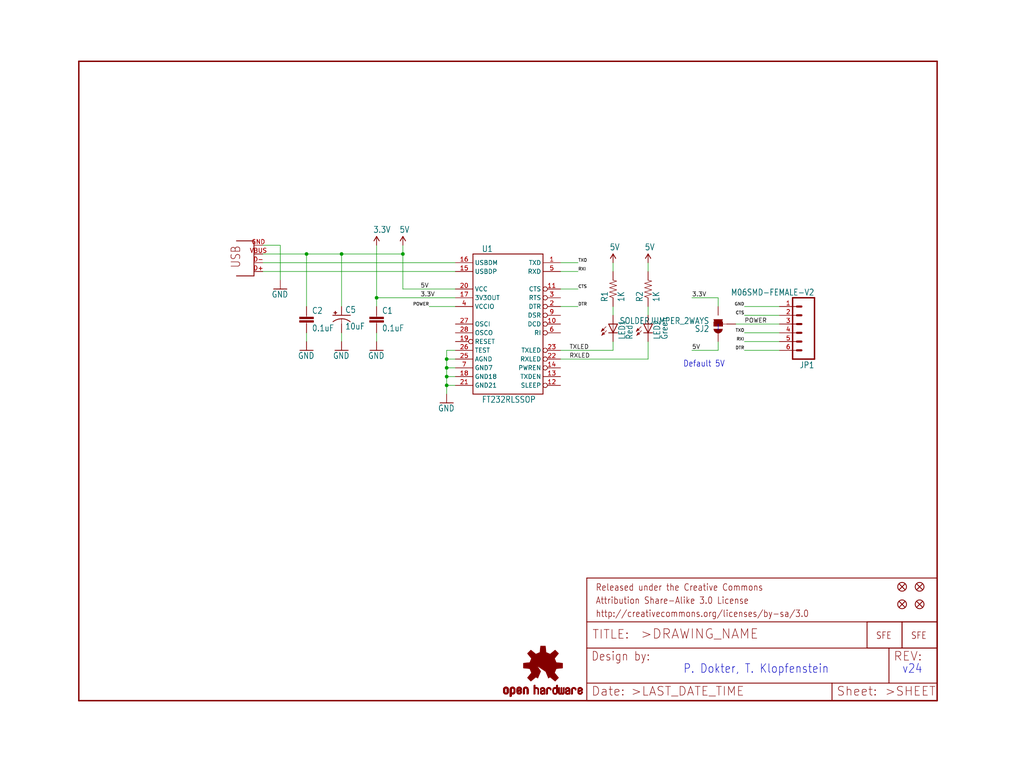
<source format=kicad_sch>
(kicad_sch (version 20211123) (generator eeschema)
  (paper "User" 297.002 223.926)
  (lib_symbols
    (symbol "eagleSchem-eagle-import:5V" (power)
      (property "Value" "5V" (at -1.016 3.556 0))
      (symbol "5V_1_0"
        (pin power_in line (at 0 0 90) (length 2.54) (name "5V") (number "1"))
      )
    )
    (symbol "eagleSchem-eagle-import:CAP0603-CAP"
      (property "Reference" "C" (at 1.524 2.921 0))
      (property "Value" "CAP0603-CAP" (at 1.524 -2.159 0))
      (symbol "CAP0603-CAP_1_0"
        (pin passive line (at 0 5.08 270) (length 2.54) (name "1") (number "1"))
        (pin passive line (at 0 -2.54 90) (length 2.54) (name "2") (number "2"))
      )
    )
    (symbol "eagleSchem-eagle-import:CAP_POL1206"
      (property "Reference" "C" (at 1.016 0.635 0))
      (property "Value" "CAP_POL1206" (at 1.016 -4.191 0))
      (symbol "CAP_POL1206_1_0"
        (pin passive line (at 0 2.54 270) (length 2.54) (name "+") (number "A"))
        (pin passive line (at 0 -5.08 90) (length 2.54) (name "-") (number "C"))
      )
    )
    (symbol "eagleSchem-eagle-import:FIDUCIAL1X2")
    (symbol "eagleSchem-eagle-import:FRAME-LETTER"
      (symbol "FRAME-LETTER_2_0"
        (text ">DRAWING_NAME" (at 15.494 17.78 0) (effects (font (size 2.7432 2.7432)) (justify left bottom)))
        (text ">LAST_DATE_TIME" (at 12.7 1.27 0) (effects (font (size 2.54 2.54)) (justify left bottom)))
        (text ">SHEET" (at 86.36 1.27 0) (effects (font (size 2.54 2.54)) (justify left bottom)))
        (text "Attribution Share-Alike 3.0 License" (at 2.54 27.94 0) (effects (font (size 1.9304 1.6408)) (justify left bottom)))
        (text "Date:" (at 1.27 1.27 0) (effects (font (size 2.54 2.54)) (justify left bottom)))
        (text "Design by:" (at 1.27 11.43 0) (effects (font (size 2.54 2.159)) (justify left bottom)))
        (text "http://creativecommons.org/licenses/by-sa/3.0" (at 2.54 24.13 0) (effects (font (size 1.9304 1.6408)) (justify left bottom)))
        (text "Released under the Creative Commons" (at 2.54 31.75 0) (effects (font (size 1.9304 1.6408)) (justify left bottom)))
        (text "REV:" (at 88.9 11.43 0) (effects (font (size 2.54 2.54)) (justify left bottom)))
        (text "Sheet:" (at 72.39 1.27 0) (effects (font (size 2.54 2.54)) (justify left bottom)))
        (text "TITLE:" (at 1.524 17.78 0) (effects (font (size 2.54 2.54)) (justify left bottom)))
      )
    )
    (symbol "eagleSchem-eagle-import:FT232RLSSOP"
      (property "Reference" "IC" (at -7.62 20.828 0))
      (property "Value" "FT232RLSSOP" (at -7.62 -22.86 0))
      (symbol "FT232RLSSOP_1_0"
        (pin output line (at 15.24 17.78 180) (length 5.08) (name "TXD") (number "1"))
        (pin input inverted (at 15.24 0 180) (length 5.08) (name "DCD") (number "10"))
        (pin input inverted (at 15.24 10.16 180) (length 5.08) (name "CTS") (number "11"))
        (pin input inverted (at 15.24 -17.78 180) (length 5.08) (name "SLEEP") (number "12"))
        (pin input line (at 15.24 -15.24 180) (length 5.08) (name "TXDEN") (number "13"))
        (pin input inverted (at 15.24 -12.7 180) (length 5.08) (name "PWREN") (number "14"))
        (pin bidirectional line (at -15.24 15.24 0) (length 5.08) (name "USBDP") (number "15"))
        (pin bidirectional line (at -15.24 17.78 0) (length 5.08) (name "USBDM") (number "16"))
        (pin output line (at -15.24 7.62 0) (length 5.08) (name "3V3OUT") (number "17"))
        (pin power_in line (at -15.24 -15.24 0) (length 5.08) (name "GND18") (number "18"))
        (pin input inverted (at -15.24 -5.08 0) (length 5.08) (name "RESET") (number "19"))
        (pin output inverted (at 15.24 5.08 180) (length 5.08) (name "DTR") (number "2"))
        (pin power_in line (at -15.24 10.16 0) (length 5.08) (name "VCC") (number "20"))
        (pin power_in line (at -15.24 -17.78 0) (length 5.08) (name "GND21") (number "21"))
        (pin input inverted (at 15.24 -10.16 180) (length 5.08) (name "RXLED") (number "22"))
        (pin input inverted (at 15.24 -7.62 180) (length 5.08) (name "TXLED") (number "23"))
        (pin power_in line (at -15.24 -10.16 0) (length 5.08) (name "AGND") (number "25"))
        (pin input line (at -15.24 -7.62 0) (length 5.08) (name "TEST") (number "26"))
        (pin input line (at -15.24 0 0) (length 5.08) (name "OSCI") (number "27"))
        (pin output line (at -15.24 -2.54 0) (length 5.08) (name "OSCO") (number "28"))
        (pin output inverted (at 15.24 7.62 180) (length 5.08) (name "RTS") (number "3"))
        (pin power_in line (at -15.24 5.08 0) (length 5.08) (name "VCCIO") (number "4"))
        (pin input line (at 15.24 15.24 180) (length 5.08) (name "RXD") (number "5"))
        (pin input inverted (at 15.24 -2.54 180) (length 5.08) (name "RI") (number "6"))
        (pin power_in line (at -15.24 -12.7 0) (length 5.08) (name "GND7") (number "7"))
        (pin input inverted (at 15.24 2.54 180) (length 5.08) (name "DSR") (number "9"))
      )
    )
    (symbol "eagleSchem-eagle-import:GND" (power)
      (property "Value" "GND" (at -2.54 -2.54 0))
      (symbol "GND_1_0"
        (pin power_in line (at 0 2.54 270) (length 2.54) (name "GND") (number "1"))
      )
    )
    (symbol "eagleSchem-eagle-import:LED0603"
      (property "Reference" "LED" (at 3.556 -4.572 90))
      (property "Value" "LED0603" (at 5.715 -4.572 90))
      (symbol "LED0603_1_0"
        (pin passive line (at 0 2.54 270) (length 2.54) (name "A") (number "A"))
        (pin passive line (at 0 -5.08 90) (length 2.54) (name "C") (number "C"))
      )
    )
    (symbol "eagleSchem-eagle-import:LOGO-SFENW2"
      (symbol "LOGO-SFENW2_1_0"
        (text "SFE" (at 0 0 0) (effects (font (size 1.9304 1.6408)) (justify left bottom)))
      )
    )
    (symbol "eagleSchem-eagle-import:LOGO-SFESK"
      (symbol "LOGO-SFESK_1_0"
        (text "SFE" (at 0 0 0) (effects (font (size 1.9304 1.6408)) (justify left bottom)))
      )
    )
    (symbol "eagleSchem-eagle-import:M06SMD-FEMALE-V2"
      (property "Reference" "JP" (at -5.08 10.922 0))
      (property "Value" "M06SMD-FEMALE-V2" (at -5.08 -10.16 0))
      (symbol "M06SMD-FEMALE-V2_1_0"
        (pin passive line (at 5.08 -5.08 180) (length 5.08) (name "1") (number "1"))
        (pin passive line (at 5.08 -2.54 180) (length 5.08) (name "2") (number "2"))
        (pin passive line (at 5.08 0 180) (length 5.08) (name "3") (number "3"))
        (pin passive line (at 5.08 2.54 180) (length 5.08) (name "4") (number "4"))
        (pin passive line (at 5.08 5.08 180) (length 5.08) (name "5") (number "5"))
        (pin passive line (at 5.08 7.62 180) (length 5.08) (name "6") (number "6"))
      )
    )
    (symbol "eagleSchem-eagle-import:OSHW-LOGOS")
    (symbol "eagleSchem-eagle-import:RESISTOR0603-RES"
      (property "Reference" "R" (at -3.81 1.4986 0))
      (property "Value" "RESISTOR0603-RES" (at -3.81 -3.302 0))
      (symbol "RESISTOR0603-RES_1_0"
        (pin passive line (at -5.08 0 0) (length 2.54) (name "1") (number "1"))
        (pin passive line (at 5.08 0 180) (length 2.54) (name "2") (number "2"))
      )
    )
    (symbol "eagleSchem-eagle-import:SOLDERJUMPER_2WAYS"
      (property "Reference" "SJ" (at 2.54 0.381 0))
      (property "Value" "SOLDERJUMPER_2WAYS" (at 2.54 -1.905 0))
      (symbol "SOLDERJUMPER_2WAYS_1_0"
        (pin passive line (at 0 5.08 270) (length 2.54) (name "1") (number "1"))
        (pin passive line (at -5.08 0 0) (length 2.54) (name "2") (number "2"))
        (pin passive line (at 0 -5.08 90) (length 2.54) (name "3") (number "3"))
      )
    )
    (symbol "eagleSchem-eagle-import:USB-SMD-NS"
      (symbol "USB-SMD-NS_1_0"
        (text "USB" (at 3.81 0 900) (effects (font (size 2.54 2.159)) (justify left bottom)))
        (pin bidirectional line (at -2.54 7.62 0) (length 2.54) (name "D+") (number "D+"))
        (pin bidirectional line (at -2.54 5.08 0) (length 2.54) (name "D-") (number "D-"))
        (pin bidirectional line (at -2.54 0 0) (length 2.54) (name "GND") (number "GND"))
        (pin bidirectional line (at -2.54 2.54 0) (length 2.54) (name "VBUS") (number "VBUS"))
      )
    )
    (symbol "eagleSchem-eagle-import:VCC" (power)
      (property "Value" "VCC" (at -1.016 3.556 0))
      (symbol "VCC_1_0"
        (pin power_in line (at 0 0 90) (length 2.54) (name "VCC") (number "1"))
      )
    )
  )
  (junction (at 88.9 73.66))
  (junction (at 129.54 111.76))
  (junction (at 116.84 73.66))
  (junction (at 129.54 106.68))
  (junction (at 129.54 104.14))
  (junction (at 109.22 86.36))
  (junction (at 129.54 109.22))
  (junction (at 99.06 73.66))
  (wire (pts (xy 226.06 91.44) (xy 215.9 91.44)))
  (wire (pts (xy 129.54 104.14) (xy 132.08 104.14)))
  (wire (pts (xy 132.08 111.76) (xy 129.54 111.76)))
  (wire (pts (xy 162.56 78.74) (xy 167.64 78.74)))
  (wire (pts (xy 132.08 86.36) (xy 109.22 86.36)))
  (wire (pts (xy 109.22 96.52) (xy 109.22 99.06)))
  (wire (pts (xy 177.8 88.9) (xy 177.8 91.44)))
  (polyline (pts (xy 208.28 93.98) (xy 208.28 96.012)))
  (wire (pts (xy 81.28 71.12) (xy 81.28 81.28)))
  (wire (pts (xy 132.08 76.2) (xy 76.2 76.2)))
  (wire (pts (xy 162.56 104.14) (xy 187.96 104.14)))
  (wire (pts (xy 177.8 101.6) (xy 177.8 99.06)))
  (wire (pts (xy 76.2 71.12) (xy 81.28 71.12)))
  (wire (pts (xy 88.9 73.66) (xy 99.06 73.66)))
  (wire (pts (xy 76.2 73.66) (xy 88.9 73.66)))
  (wire (pts (xy 187.96 88.9) (xy 187.96 91.44)))
  (wire (pts (xy 109.22 86.36) (xy 109.22 88.9)))
  (wire (pts (xy 88.9 88.9) (xy 88.9 73.66)))
  (wire (pts (xy 226.06 99.06) (xy 215.9 99.06)))
  (wire (pts (xy 129.54 101.6) (xy 129.54 104.14)))
  (wire (pts (xy 99.06 73.66) (xy 116.84 73.66)))
  (wire (pts (xy 132.08 109.22) (xy 129.54 109.22)))
  (wire (pts (xy 129.54 114.3) (xy 129.54 111.76)))
  (wire (pts (xy 208.28 88.9) (xy 208.28 86.36)))
  (wire (pts (xy 129.54 104.14) (xy 129.54 106.68)))
  (wire (pts (xy 162.56 88.9) (xy 167.64 88.9)))
  (wire (pts (xy 129.54 109.22) (xy 129.54 106.68)))
  (wire (pts (xy 109.22 71.12) (xy 109.22 86.36)))
  (wire (pts (xy 208.28 99.06) (xy 208.28 101.6)))
  (wire (pts (xy 177.8 76.2) (xy 177.8 78.74)))
  (wire (pts (xy 187.96 104.14) (xy 187.96 99.06)))
  (wire (pts (xy 132.08 101.6) (xy 129.54 101.6)))
  (wire (pts (xy 187.96 76.2) (xy 187.96 78.74)))
  (wire (pts (xy 226.06 88.9) (xy 215.9 88.9)))
  (wire (pts (xy 162.56 76.2) (xy 167.64 76.2)))
  (wire (pts (xy 226.06 101.6) (xy 215.9 101.6)))
  (wire (pts (xy 129.54 111.76) (xy 129.54 109.22)))
  (wire (pts (xy 124.46 88.9) (xy 132.08 88.9)))
  (wire (pts (xy 162.56 101.6) (xy 177.8 101.6)))
  (wire (pts (xy 226.06 93.98) (xy 213.36 93.98)))
  (wire (pts (xy 226.06 96.52) (xy 215.9 96.52)))
  (wire (pts (xy 208.28 101.6) (xy 200.66 101.6)))
  (wire (pts (xy 208.28 86.36) (xy 200.66 86.36)))
  (wire (pts (xy 132.08 78.74) (xy 76.2 78.74)))
  (wire (pts (xy 162.56 83.82) (xy 167.64 83.82)))
  (wire (pts (xy 116.84 83.82) (xy 132.08 83.82)))
  (wire (pts (xy 88.9 96.52) (xy 88.9 99.06)))
  (wire (pts (xy 99.06 99.06) (xy 99.06 96.52)))
  (wire (pts (xy 116.84 71.12) (xy 116.84 73.66)))
  (wire (pts (xy 116.84 73.66) (xy 116.84 83.82)))
  (wire (pts (xy 129.54 106.68) (xy 132.08 106.68)))
  (wire (pts (xy 99.06 88.9) (xy 99.06 73.66)))
  (text "P. Dokter, T. Klopfenstein" (at 198.12 195.58 180) (effects (font (size 2.54 2.159)) (justify left bottom)))
  (text "v24" (at 261.62 195.58 180) (effects (font (size 2.54 2.159)) (justify left bottom)))
  (text "Default 5V" (at 198.12 106.68 180) (effects (font (size 1.778 1.5113)) (justify left bottom)))
  (label "DTR" (at 215.9 101.6 180) (effects (font (size 0.889 0.889))))
  (label "POWER" (at 124.46 88.9 180) (effects (font (size 0.889 0.889))))
  (label "RXI" (at 167.64 78.74 0) (effects (font (size 0.889 0.889))))
  (label "CTS" (at 215.9 91.44 180) (effects (font (size 0.889 0.889))))
  (label "GND" (at 215.9 88.9 180) (effects (font (size 0.889 0.889))))
  (label "5V" (at 121.92 83.82 0) (effects (font (size 1.2446 1.2446))))
  (label "POWER" (at 215.9 93.98 0) (effects (font (size 1.2446 1.2446))))
  (label "TXO" (at 167.64 76.2 0) (effects (font (size 0.889 0.889))))
  (label "RXI" (at 215.9 99.06 180) (effects (font (size 0.889 0.889))))
  (label "TXLED" (at 165.1 101.6 0) (effects (font (size 1.2446 1.2446))))
  (label "CTS" (at 167.64 83.82 0) (effects (font (size 0.889 0.889))))
  (label "3.3V" (at 200.66 86.36 0) (effects (font (size 1.2446 1.2446))))
  (label "3.3V" (at 121.92 86.36 0) (effects (font (size 1.2446 1.2446))))
  (label "RXLED" (at 165.1 104.14 0) (effects (font (size 1.2446 1.2446))))
  (label "5V" (at 200.66 101.6 0) (effects (font (size 1.2446 1.2446))))
  (label "DTR" (at 167.64 88.9 0) (effects (font (size 0.889 0.889))))
  (label "TXO" (at 215.9 96.52 180) (effects (font (size 0.889 0.889))))
  (symbol (lib_id "eagleSchem-eagle-import:FIDUCIAL1X2") (at 266.7 175.26 0) (unit 1)
    (property "Reference" "JP4" (effects hide))
    (property "Value" "FIDUCIAL1X2" (effects hide))
    (property "Footprint" "eagleSchem:FIDUCIAL-1X2" (effects hide))
  )
  (symbol (lib_id "eagleSchem-eagle-import:LOGO-SFESK") (at 254 185.42 0) (unit 1)
    (property "Reference" "JP2" (effects hide))
    (property "Value" "LOGO-SFESK" (effects hide))
    (property "Footprint" "eagleSchem:SFE-LOGO-FLAME" (effects hide))
  )
  (symbol (lib_id "eagleSchem-eagle-import:LED0603") (at 177.8 93.98 0) (unit 1)
    (property "Reference" "LED1" (at 181.356 98.552 90) (effects (font (size 1.778 1.5113)) (justify left bottom)))
    (property "Value" "Red" (at 183.515 98.552 90) (effects (font (size 1.778 1.5113)) (justify left bottom)))
    (property "Footprint" "eagleSchem:LED-0603" (effects hide))
  )
  (symbol (lib_id "eagleSchem-eagle-import:VCC") (at 109.22 71.12 0) (unit 1)
    (property "Reference" "#P+1" (effects hide))
    (property "Value" "3.3V" (at 108.204 67.564 0) (effects (font (size 1.778 1.5113)) (justify left bottom)))
    (property "Footprint" "eagleSchem:" (effects hide))
  )
  (symbol (lib_id "eagleSchem-eagle-import:CAP0603-CAP") (at 88.9 93.98 0) (unit 1)
    (property "Reference" "C2" (at 90.424 91.059 0) (effects (font (size 1.778 1.5113)) (justify left bottom)))
    (property "Value" "0.1uF" (at 90.424 96.139 0) (effects (font (size 1.778 1.5113)) (justify left bottom)))
    (property "Footprint" "eagleSchem:0603-CAP" (effects hide))
  )
  (symbol (lib_id "eagleSchem-eagle-import:GND") (at 109.22 101.6 0) (unit 1)
    (property "Reference" "#GND1" (effects hide))
    (property "Value" "GND" (at 106.68 104.14 0) (effects (font (size 1.778 1.5113)) (justify left bottom)))
    (property "Footprint" "eagleSchem:" (effects hide))
  )
  (symbol (lib_id "eagleSchem-eagle-import:FRAME-LETTER") (at 22.86 203.2 0) (unit 1)
    (property "Reference" "FRAME1" (effects hide))
    (property "Value" "FRAME-LETTER" (effects hide))
    (property "Footprint" "eagleSchem:CREATIVE_COMMONS" (effects hide))
  )
  (symbol (lib_id "eagleSchem-eagle-import:5V") (at 177.8 76.2 0) (unit 1)
    (property "Reference" "#U$1" (effects hide))
    (property "Value" "5V" (at 176.784 72.644 0) (effects (font (size 1.778 1.5113)) (justify left bottom)))
    (property "Footprint" "eagleSchem:" (effects hide))
  )
  (symbol (lib_id "eagleSchem-eagle-import:CAP0603-CAP") (at 109.22 93.98 0) (unit 1)
    (property "Reference" "C1" (at 110.744 91.059 0) (effects (font (size 1.778 1.5113)) (justify left bottom)))
    (property "Value" "0.1uF" (at 110.744 96.139 0) (effects (font (size 1.778 1.5113)) (justify left bottom)))
    (property "Footprint" "eagleSchem:0603-CAP" (effects hide))
  )
  (symbol (lib_id "eagleSchem-eagle-import:GND") (at 99.06 101.6 0) (unit 1)
    (property "Reference" "#GND8" (effects hide))
    (property "Value" "GND" (at 96.52 104.14 0) (effects (font (size 1.778 1.5113)) (justify left bottom)))
    (property "Footprint" "eagleSchem:" (effects hide))
  )
  (symbol (lib_id "eagleSchem-eagle-import:FIDUCIAL1X2") (at 261.62 170.18 0) (unit 1)
    (property "Reference" "JP5" (effects hide))
    (property "Value" "FIDUCIAL1X2" (effects hide))
    (property "Footprint" "eagleSchem:FIDUCIAL-1X2" (effects hide))
  )
  (symbol (lib_id "eagleSchem-eagle-import:SOLDERJUMPER_2WAYS") (at 208.28 93.98 180) (unit 1)
    (property "Reference" "SJ2" (at 205.74 94.361 0) (effects (font (size 1.778 1.5113)) (justify left bottom)))
    (property "Value" "SOLDERJUMPER_2WAYS" (at 205.74 92.075 0) (effects (font (size 1.778 1.5113)) (justify left bottom)))
    (property "Footprint" "eagleSchem:SJ_3" (effects hide))
  )
  (symbol (lib_id "eagleSchem-eagle-import:USB-SMD-NS") (at 73.66 71.12 180) (unit 1)
    (property "Reference" "X2" (effects hide))
    (property "Value" "USB-SMD-NS" (effects hide))
    (property "Footprint" "eagleSchem:USB-MINIB-NOSTOP" (effects hide))
  )
  (symbol (lib_id "eagleSchem-eagle-import:M06SMD-FEMALE-V2") (at 231.14 93.98 180) (unit 1)
    (property "Reference" "JP1" (at 236.22 104.902 0) (effects (font (size 1.778 1.5113)) (justify left bottom)))
    (property "Value" "M06SMD-FEMALE-V2" (at 236.22 83.82 0) (effects (font (size 1.778 1.5113)) (justify left bottom)))
    (property "Footprint" "eagleSchem:1X06-SMD-FEMALE-V2" (effects hide))
  )
  (symbol (lib_id "eagleSchem-eagle-import:GND") (at 129.54 116.84 0) (unit 1)
    (property "Reference" "#GND2" (effects hide))
    (property "Value" "GND" (at 127 119.38 0) (effects (font (size 1.778 1.5113)) (justify left bottom)))
    (property "Footprint" "eagleSchem:" (effects hide))
  )
  (symbol (lib_id "eagleSchem-eagle-import:FRAME-LETTER") (at 170.18 203.2 0) (unit 2)
    (property "Reference" "FRAME1" (effects hide))
    (property "Value" "FRAME-LETTER" (effects hide))
    (property "Footprint" "eagleSchem:CREATIVE_COMMONS" (effects hide))
  )
  (symbol (lib_id "eagleSchem-eagle-import:GND") (at 88.9 101.6 0) (unit 1)
    (property "Reference" "#GND7" (effects hide))
    (property "Value" "GND" (at 86.36 104.14 0) (effects (font (size 1.778 1.5113)) (justify left bottom)))
    (property "Footprint" "eagleSchem:" (effects hide))
  )
  (symbol (lib_id "eagleSchem-eagle-import:5V") (at 187.96 76.2 0) (unit 1)
    (property "Reference" "#U$4" (effects hide))
    (property "Value" "5V" (at 186.944 72.644 0) (effects (font (size 1.778 1.5113)) (justify left bottom)))
    (property "Footprint" "eagleSchem:" (effects hide))
  )
  (symbol (lib_id "eagleSchem-eagle-import:LOGO-SFENW2") (at 264.16 185.42 0) (unit 1)
    (property "Reference" "U$2" (effects hide))
    (property "Value" "LOGO-SFENW2" (effects hide))
    (property "Footprint" "eagleSchem:SFE-NEW-WEB" (effects hide))
  )
  (symbol (lib_id "eagleSchem-eagle-import:RESISTOR0603-RES") (at 187.96 83.82 90) (unit 1)
    (property "Reference" "R2" (at 186.4614 87.63 0) (effects (font (size 1.778 1.5113)) (justify left bottom)))
    (property "Value" "1K" (at 191.262 87.63 0) (effects (font (size 1.778 1.5113)) (justify left bottom)))
    (property "Footprint" "eagleSchem:0603-RES" (effects hide))
  )
  (symbol (lib_id "eagleSchem-eagle-import:OSHW-LOGOS") (at 157.48 193.04 0) (unit 1)
    (property "Reference" "LOGO1" (effects hide))
    (property "Value" "OSHW-LOGOS" (effects hide))
    (property "Footprint" "eagleSchem:OSHW-LOGO-S" (effects hide))
  )
  (symbol (lib_id "eagleSchem-eagle-import:CAP_POL1206") (at 99.06 91.44 0) (unit 1)
    (property "Reference" "C5" (at 100.076 90.805 0) (effects (font (size 1.778 1.5113)) (justify left bottom)))
    (property "Value" "10uF" (at 100.076 95.631 0) (effects (font (size 1.778 1.5113)) (justify left bottom)))
    (property "Footprint" "eagleSchem:EIA3216" (effects hide))
  )
  (symbol (lib_id "eagleSchem-eagle-import:5V") (at 116.84 71.12 0) (unit 1)
    (property "Reference" "#U$3" (effects hide))
    (property "Value" "5V" (at 115.824 67.564 0) (effects (font (size 1.778 1.5113)) (justify left bottom)))
    (property "Footprint" "eagleSchem:" (effects hide))
  )
  (symbol (lib_id "eagleSchem-eagle-import:RESISTOR0603-RES") (at 177.8 83.82 90) (unit 1)
    (property "Reference" "R1" (at 176.3014 87.63 0) (effects (font (size 1.778 1.5113)) (justify left bottom)))
    (property "Value" "1K" (at 181.102 87.63 0) (effects (font (size 1.778 1.5113)) (justify left bottom)))
    (property "Footprint" "eagleSchem:0603-RES" (effects hide))
  )
  (symbol (lib_id "eagleSchem-eagle-import:GND") (at 81.28 83.82 0) (unit 1)
    (property "Reference" "#GND5" (effects hide))
    (property "Value" "GND" (at 78.74 86.36 0) (effects (font (size 1.778 1.5113)) (justify left bottom)))
    (property "Footprint" "eagleSchem:" (effects hide))
  )
  (symbol (lib_id "eagleSchem-eagle-import:FIDUCIAL1X2") (at 266.7 170.18 0) (unit 1)
    (property "Reference" "JP6" (effects hide))
    (property "Value" "FIDUCIAL1X2" (effects hide))
    (property "Footprint" "eagleSchem:FIDUCIAL-1X2" (effects hide))
  )
  (symbol (lib_id "eagleSchem-eagle-import:FIDUCIAL1X2") (at 261.62 175.26 0) (unit 1)
    (property "Reference" "JP3" (effects hide))
    (property "Value" "FIDUCIAL1X2" (effects hide))
    (property "Footprint" "eagleSchem:FIDUCIAL-1X2" (effects hide))
  )
  (symbol (lib_id "eagleSchem-eagle-import:LED0603") (at 187.96 93.98 0) (unit 1)
    (property "Reference" "LED2" (at 191.516 98.552 90) (effects (font (size 1.778 1.5113)) (justify left bottom)))
    (property "Value" "Green" (at 193.675 98.552 90) (effects (font (size 1.778 1.5113)) (justify left bottom)))
    (property "Footprint" "eagleSchem:LED-0603" (effects hide))
  )
  (symbol (lib_id "eagleSchem-eagle-import:FT232RLSSOP") (at 147.32 93.98 0) (unit 1)
    (property "Reference" "U1" (at 139.7 73.152 0) (effects (font (size 1.778 1.5113)) (justify left bottom)))
    (property "Value" "FT232RLSSOP" (at 139.7 116.84 0) (effects (font (size 1.778 1.5113)) (justify left bottom)))
    (property "Footprint" "eagleSchem:SSOP28DB" (effects hide))
  )
)
</source>
